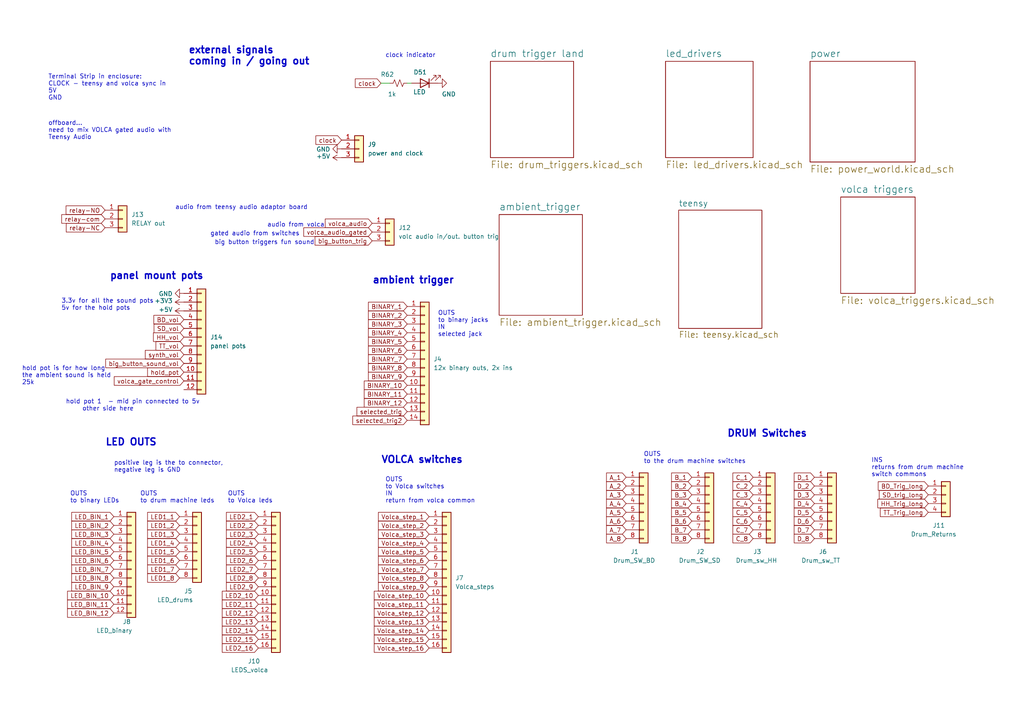
<source format=kicad_sch>
(kicad_sch (version 20211123) (generator eeschema)
  (paper "A4")
  (lib_symbols
    (symbol "Connector_Generic:Conn_01x03" (pin_names (offset 1.016) hide)
      (property "Reference" "J" (at 0 5.08 0))
      (property "Value" "Conn_01x03" (at 0 -5.08 0))
      (symbol "Conn_01x03_1_1"
        (rectangle (start -1.27 -2.413) (end 0 -2.667) (stroke (width 0.1524)))
        (rectangle (start -1.27 0.127) (end 0 -0.127) (stroke (width 0.1524)))
        (rectangle (start -1.27 2.667) (end 0 2.413) (stroke (width 0.1524)))
        (rectangle (start -1.27 3.81) (end 1.27 -3.81) (stroke (width 0.254)) (fill (type background)))
        (pin passive line (at -5.08 2.54 0) (length 3.81) (name "Pin_1") (number "1"))
        (pin passive line (at -5.08 0 0) (length 3.81) (name "Pin_2") (number "2"))
        (pin passive line (at -5.08 -2.54 0) (length 3.81) (name "Pin_3") (number "3"))
      )
    )
    (symbol "Connector_Generic:Conn_01x04" (pin_names (offset 1.016) hide)
      (property "Reference" "J" (at 0 5.08 0))
      (property "Value" "Conn_01x04" (at 0 -7.62 0))
      (symbol "Conn_01x04_1_1"
        (rectangle (start -1.27 -4.953) (end 0 -5.207) (stroke (width 0.1524)))
        (rectangle (start -1.27 -2.413) (end 0 -2.667) (stroke (width 0.1524)))
        (rectangle (start -1.27 0.127) (end 0 -0.127) (stroke (width 0.1524)))
        (rectangle (start -1.27 2.667) (end 0 2.413) (stroke (width 0.1524)))
        (rectangle (start -1.27 3.81) (end 1.27 -6.35) (stroke (width 0.254)) (fill (type background)))
        (pin passive line (at -5.08 2.54 0) (length 3.81) (name "Pin_1") (number "1"))
        (pin passive line (at -5.08 0 0) (length 3.81) (name "Pin_2") (number "2"))
        (pin passive line (at -5.08 -2.54 0) (length 3.81) (name "Pin_3") (number "3"))
        (pin passive line (at -5.08 -5.08 0) (length 3.81) (name "Pin_4") (number "4"))
      )
    )
    (symbol "Connector_Generic:Conn_01x08" (pin_names (offset 1.016) hide)
      (property "Reference" "J" (at 0 10.16 0))
      (property "Value" "Conn_01x08" (at 0 -12.7 0))
      (symbol "Conn_01x08_1_1"
        (rectangle (start -1.27 -10.033) (end 0 -10.287) (stroke (width 0.1524)))
        (rectangle (start -1.27 -7.493) (end 0 -7.747) (stroke (width 0.1524)))
        (rectangle (start -1.27 -4.953) (end 0 -5.207) (stroke (width 0.1524)))
        (rectangle (start -1.27 -2.413) (end 0 -2.667) (stroke (width 0.1524)))
        (rectangle (start -1.27 0.127) (end 0 -0.127) (stroke (width 0.1524)))
        (rectangle (start -1.27 2.667) (end 0 2.413) (stroke (width 0.1524)))
        (rectangle (start -1.27 5.207) (end 0 4.953) (stroke (width 0.1524)))
        (rectangle (start -1.27 7.747) (end 0 7.493) (stroke (width 0.1524)))
        (rectangle (start -1.27 8.89) (end 1.27 -11.43) (stroke (width 0.254)) (fill (type background)))
        (pin passive line (at -5.08 7.62 0) (length 3.81) (name "Pin_1") (number "1"))
        (pin passive line (at -5.08 5.08 0) (length 3.81) (name "Pin_2") (number "2"))
        (pin passive line (at -5.08 2.54 0) (length 3.81) (name "Pin_3") (number "3"))
        (pin passive line (at -5.08 0 0) (length 3.81) (name "Pin_4") (number "4"))
        (pin passive line (at -5.08 -2.54 0) (length 3.81) (name "Pin_5") (number "5"))
        (pin passive line (at -5.08 -5.08 0) (length 3.81) (name "Pin_6") (number "6"))
        (pin passive line (at -5.08 -7.62 0) (length 3.81) (name "Pin_7") (number "7"))
        (pin passive line (at -5.08 -10.16 0) (length 3.81) (name "Pin_8") (number "8"))
      )
    )
    (symbol "Connector_Generic:Conn_01x12" (pin_names (offset 1.016) hide)
      (property "Reference" "J" (at 0 15.24 0))
      (property "Value" "Conn_01x12" (at 0 -17.78 0))
      (symbol "Conn_01x12_1_1"
        (rectangle (start -1.27 -15.113) (end 0 -15.367) (stroke (width 0.1524)))
        (rectangle (start -1.27 -12.573) (end 0 -12.827) (stroke (width 0.1524)))
        (rectangle (start -1.27 -10.033) (end 0 -10.287) (stroke (width 0.1524)))
        (rectangle (start -1.27 -7.493) (end 0 -7.747) (stroke (width 0.1524)))
        (rectangle (start -1.27 -4.953) (end 0 -5.207) (stroke (width 0.1524)))
        (rectangle (start -1.27 -2.413) (end 0 -2.667) (stroke (width 0.1524)))
        (rectangle (start -1.27 0.127) (end 0 -0.127) (stroke (width 0.1524)))
        (rectangle (start -1.27 2.667) (end 0 2.413) (stroke (width 0.1524)))
        (rectangle (start -1.27 5.207) (end 0 4.953) (stroke (width 0.1524)))
        (rectangle (start -1.27 7.747) (end 0 7.493) (stroke (width 0.1524)))
        (rectangle (start -1.27 10.287) (end 0 10.033) (stroke (width 0.1524)))
        (rectangle (start -1.27 12.827) (end 0 12.573) (stroke (width 0.1524)))
        (rectangle (start -1.27 13.97) (end 1.27 -16.51) (stroke (width 0.254)) (fill (type background)))
        (pin passive line (at -5.08 12.7 0) (length 3.81) (name "Pin_1") (number "1"))
        (pin passive line (at -5.08 -10.16 0) (length 3.81) (name "Pin_10") (number "10"))
        (pin passive line (at -5.08 -12.7 0) (length 3.81) (name "Pin_11") (number "11"))
        (pin passive line (at -5.08 -15.24 0) (length 3.81) (name "Pin_12") (number "12"))
        (pin passive line (at -5.08 10.16 0) (length 3.81) (name "Pin_2") (number "2"))
        (pin passive line (at -5.08 7.62 0) (length 3.81) (name "Pin_3") (number "3"))
        (pin passive line (at -5.08 5.08 0) (length 3.81) (name "Pin_4") (number "4"))
        (pin passive line (at -5.08 2.54 0) (length 3.81) (name "Pin_5") (number "5"))
        (pin passive line (at -5.08 0 0) (length 3.81) (name "Pin_6") (number "6"))
        (pin passive line (at -5.08 -2.54 0) (length 3.81) (name "Pin_7") (number "7"))
        (pin passive line (at -5.08 -5.08 0) (length 3.81) (name "Pin_8") (number "8"))
        (pin passive line (at -5.08 -7.62 0) (length 3.81) (name "Pin_9") (number "9"))
      )
    )
    (symbol "Connector_Generic:Conn_01x14" (pin_names (offset 1.016) hide)
      (property "Reference" "J" (at 0 17.78 0))
      (property "Value" "Conn_01x14" (at 0 -20.32 0))
      (symbol "Conn_01x14_1_1"
        (rectangle (start -1.27 -17.653) (end 0 -17.907) (stroke (width 0.1524)))
        (rectangle (start -1.27 -15.113) (end 0 -15.367) (stroke (width 0.1524)))
        (rectangle (start -1.27 -12.573) (end 0 -12.827) (stroke (width 0.1524)))
        (rectangle (start -1.27 -10.033) (end 0 -10.287) (stroke (width 0.1524)))
        (rectangle (start -1.27 -7.493) (end 0 -7.747) (stroke (width 0.1524)))
        (rectangle (start -1.27 -4.953) (end 0 -5.207) (stroke (width 0.1524)))
        (rectangle (start -1.27 -2.413) (end 0 -2.667) (stroke (width 0.1524)))
        (rectangle (start -1.27 0.127) (end 0 -0.127) (stroke (width 0.1524)))
        (rectangle (start -1.27 2.667) (end 0 2.413) (stroke (width 0.1524)))
        (rectangle (start -1.27 5.207) (end 0 4.953) (stroke (width 0.1524)))
        (rectangle (start -1.27 7.747) (end 0 7.493) (stroke (width 0.1524)))
        (rectangle (start -1.27 10.287) (end 0 10.033) (stroke (width 0.1524)))
        (rectangle (start -1.27 12.827) (end 0 12.573) (stroke (width 0.1524)))
        (rectangle (start -1.27 15.367) (end 0 15.113) (stroke (width 0.1524)))
        (rectangle (start -1.27 16.51) (end 1.27 -19.05) (stroke (width 0.254)) (fill (type background)))
        (pin passive line (at -5.08 15.24 0) (length 3.81) (name "Pin_1") (number "1"))
        (pin passive line (at -5.08 -7.62 0) (length 3.81) (name "Pin_10") (number "10"))
        (pin passive line (at -5.08 -10.16 0) (length 3.81) (name "Pin_11") (number "11"))
        (pin passive line (at -5.08 -12.7 0) (length 3.81) (name "Pin_12") (number "12"))
        (pin passive line (at -5.08 -15.24 0) (length 3.81) (name "Pin_13") (number "13"))
        (pin passive line (at -5.08 -17.78 0) (length 3.81) (name "Pin_14") (number "14"))
        (pin passive line (at -5.08 12.7 0) (length 3.81) (name "Pin_2") (number "2"))
        (pin passive line (at -5.08 10.16 0) (length 3.81) (name "Pin_3") (number "3"))
        (pin passive line (at -5.08 7.62 0) (length 3.81) (name "Pin_4") (number "4"))
        (pin passive line (at -5.08 5.08 0) (length 3.81) (name "Pin_5") (number "5"))
        (pin passive line (at -5.08 2.54 0) (length 3.81) (name "Pin_6") (number "6"))
        (pin passive line (at -5.08 0 0) (length 3.81) (name "Pin_7") (number "7"))
        (pin passive line (at -5.08 -2.54 0) (length 3.81) (name "Pin_8") (number "8"))
        (pin passive line (at -5.08 -5.08 0) (length 3.81) (name "Pin_9") (number "9"))
      )
    )
    (symbol "Connector_Generic:Conn_01x16" (pin_names (offset 1.016) hide)
      (property "Reference" "J" (at 0 20.32 0))
      (property "Value" "Conn_01x16" (at 0 -22.86 0))
      (symbol "Conn_01x16_1_1"
        (rectangle (start -1.27 -20.193) (end 0 -20.447) (stroke (width 0.1524)))
        (rectangle (start -1.27 -17.653) (end 0 -17.907) (stroke (width 0.1524)))
        (rectangle (start -1.27 -15.113) (end 0 -15.367) (stroke (width 0.1524)))
        (rectangle (start -1.27 -12.573) (end 0 -12.827) (stroke (width 0.1524)))
        (rectangle (start -1.27 -10.033) (end 0 -10.287) (stroke (width 0.1524)))
        (rectangle (start -1.27 -7.493) (end 0 -7.747) (stroke (width 0.1524)))
        (rectangle (start -1.27 -4.953) (end 0 -5.207) (stroke (width 0.1524)))
        (rectangle (start -1.27 -2.413) (end 0 -2.667) (stroke (width 0.1524)))
        (rectangle (start -1.27 0.127) (end 0 -0.127) (stroke (width 0.1524)))
        (rectangle (start -1.27 2.667) (end 0 2.413) (stroke (width 0.1524)))
        (rectangle (start -1.27 5.207) (end 0 4.953) (stroke (width 0.1524)))
        (rectangle (start -1.27 7.747) (end 0 7.493) (stroke (width 0.1524)))
        (rectangle (start -1.27 10.287) (end 0 10.033) (stroke (width 0.1524)))
        (rectangle (start -1.27 12.827) (end 0 12.573) (stroke (width 0.1524)))
        (rectangle (start -1.27 15.367) (end 0 15.113) (stroke (width 0.1524)))
        (rectangle (start -1.27 17.907) (end 0 17.653) (stroke (width 0.1524)))
        (rectangle (start -1.27 19.05) (end 1.27 -21.59) (stroke (width 0.254)) (fill (type background)))
        (pin passive line (at -5.08 17.78 0) (length 3.81) (name "Pin_1") (number "1"))
        (pin passive line (at -5.08 -5.08 0) (length 3.81) (name "Pin_10") (number "10"))
        (pin passive line (at -5.08 -7.62 0) (length 3.81) (name "Pin_11") (number "11"))
        (pin passive line (at -5.08 -10.16 0) (length 3.81) (name "Pin_12") (number "12"))
        (pin passive line (at -5.08 -12.7 0) (length 3.81) (name "Pin_13") (number "13"))
        (pin passive line (at -5.08 -15.24 0) (length 3.81) (name "Pin_14") (number "14"))
        (pin passive line (at -5.08 -17.78 0) (length 3.81) (name "Pin_15") (number "15"))
        (pin passive line (at -5.08 -20.32 0) (length 3.81) (name "Pin_16") (number "16"))
        (pin passive line (at -5.08 15.24 0) (length 3.81) (name "Pin_2") (number "2"))
        (pin passive line (at -5.08 12.7 0) (length 3.81) (name "Pin_3") (number "3"))
        (pin passive line (at -5.08 10.16 0) (length 3.81) (name "Pin_4") (number "4"))
        (pin passive line (at -5.08 7.62 0) (length 3.81) (name "Pin_5") (number "5"))
        (pin passive line (at -5.08 5.08 0) (length 3.81) (name "Pin_6") (number "6"))
        (pin passive line (at -5.08 2.54 0) (length 3.81) (name "Pin_7") (number "7"))
        (pin passive line (at -5.08 0 0) (length 3.81) (name "Pin_8") (number "8"))
        (pin passive line (at -5.08 -2.54 0) (length 3.81) (name "Pin_9") (number "9"))
      )
    )
    (symbol "Device:LED" (pin_numbers hide) (pin_names (offset 1.016) hide)
      (property "Reference" "D" (at 0 2.54 0))
      (property "Value" "LED" (at 0 -2.54 0))
      (symbol "LED_0_1"
        (polyline (pts (xy -1.27 -1.27) (xy -1.27 1.27)) (stroke (width 0.254)))
        (polyline (pts (xy -1.27 0) (xy 1.27 0)))
        (polyline (pts (xy 1.27 -1.27) (xy 1.27 1.27) (xy -1.27 0) (xy 1.27 -1.27)) (stroke (width 0.254)))
        (polyline (pts (xy -3.048 -0.762) (xy -4.572 -2.286) (xy -3.81 -2.286) (xy -4.572 -2.286) (xy -4.572 -1.524)))
        (polyline (pts (xy -1.778 -0.762) (xy -3.302 -2.286) (xy -2.54 -2.286) (xy -3.302 -2.286) (xy -3.302 -1.524)))
      )
      (symbol "LED_1_1"
        (pin passive line (at -3.81 0 0) (length 2.54) (name "K") (number "1"))
        (pin passive line (at 3.81 0 180) (length 2.54) (name "A") (number "2"))
      )
    )
    (symbol "Device:R_Small_US" (pin_numbers hide) (pin_names (offset 0.254) hide)
      (property "Reference" "R" (at 0.762 0.508 0))
      (property "Value" "R_Small_US" (at 0.762 -1.016 0))
      (symbol "R_Small_US_1_1"
        (polyline (pts (xy 0 0) (xy 1.016 -0.381) (xy 0 -0.762) (xy -1.016 -1.143) (xy 0 -1.524)))
        (polyline (pts (xy 0 1.524) (xy 1.016 1.143) (xy 0 0.762) (xy -1.016 0.381) (xy 0 0)))
        (pin passive line (at 0 2.54 270) (length 1.016) (name "~") (number "1"))
        (pin passive line (at 0 -2.54 90) (length 1.016) (name "~") (number "2"))
      )
    )
    (symbol "power:+5V" (power) (pin_names (offset 0))
      (property "Value" "+5V" (at 0 3.556 0))
      (symbol "+5V_0_1"
        (polyline (pts (xy -0.762 1.27) (xy 0 2.54)))
        (polyline (pts (xy 0 0) (xy 0 2.54)))
        (polyline (pts (xy 0 2.54) (xy 0.762 1.27)))
      )
      (symbol "+5V_1_1"
        (pin power_in line (at 0 0 90) (length 0) hide (name "+5V") (number "1"))
      )
    )
    (symbol "power:GND" (power) (pin_names (offset 0))
      (property "Value" "GND" (at 0 -3.81 0))
      (symbol "GND_0_1"
        (polyline (pts (xy 0 0) (xy 0 -1.27) (xy 1.27 -1.27) (xy 0 -2.54) (xy -1.27 -1.27) (xy 0 -1.27)))
      )
      (symbol "GND_1_1"
        (pin power_in line (at 0 0 270) (length 0) hide (name "GND") (number "1"))
      )
    )
    (symbol "waterwheel_synth_v2-rescue:+3.3V-power" (power) (pin_names (offset 0))
      (property "Value" "+3.3V-power" (at 0 3.556 0))
      (symbol "+3.3V-power_0_1"
        (polyline (pts (xy -0.762 1.27) (xy 0 2.54)))
        (polyline (pts (xy 0 0) (xy 0 2.54)))
        (polyline (pts (xy 0 2.54) (xy 0.762 1.27)))
      )
      (symbol "+3.3V-power_1_1"
        (pin power_in line (at 0 0 90) (length 0) hide (name "+3V3") (number "1"))
      )
    )
  )
  (wire (pts (xy 119.38 24.13) (xy 118.11 24.13)))
  (wire (pts (xy 110.49 24.13) (xy 113.03 24.13)))
  (text "clock indicator\n	\n		" (at 126.365 20.955 180) (effects (font (size 1.27 1.27)) (justify right bottom)))
  (text "audio from teensy audio adaptor board\n" (at 50.8 60.96 0) (effects (font (size 1.27 1.27)) (justify left bottom)))
  (text "VOLCA switches" (at 110.49 134.62 0) (effects (font (size 2 2) (thickness 0.4) bold) (justify left bottom)))
  (text "OUTS \nto the drum machine switches" (at 186.69 134.62 0) (effects (font (size 1.27 1.27)) (justify left bottom)))
  (text "positive leg is the to connector,\nnegative leg is GND" (at 33.02 137.16 0) (effects (font (size 1.27 1.27)) (justify left bottom)))
  (text "gated audio from switches" (at 60.96 68.58 0) (effects (font (size 1.27 1.27)) (justify left bottom)))
  (text "OUTS \nto binary jacks \nIN \nselected jack" (at 127 97.79 0) (effects (font (size 1.27 1.27)) (justify left bottom)))
  (text "hold pot 1  - mid pin connected to 5v\n	other side here\n" (at 19.05 119.38 0) (effects (font (size 1.27 1.27)) (justify left bottom)))
  (text "OUTS \nto drum machine leds\n" (at 40.64 146.05 0) (effects (font (size 1.27 1.27)) (justify left bottom)))
  (text "audio from volca" (at 77.47 66.04 0) (effects (font (size 1.27 1.27)) (justify left bottom)))
  (text "offboard...\nneed to mix VOLCA gated audio with\nTeensy Audio" (at 13.97 40.64 0) (effects (font (size 1.27 1.27)) (justify left bottom)))
  (text "3.3v for all the sound pots\n5v for the hold pots" (at 17.78 90.17 0) (effects (font (size 1.27 1.27)) (justify left bottom)))
  (text "DRUM Switches" (at 210.82 127 0) (effects (font (size 2 2) (thickness 0.4) bold) (justify left bottom)))
  (text "INS \nreturns from drum machine \nswitch commons" (at 252.73 138.43 0) (effects (font (size 1.27 1.27)) (justify left bottom)))
  (text "external signals\ncoming in / going out" (at 54.61 19.05 0) (effects (font (size 2.0066 2.0066) (thickness 0.4013) bold) (justify left bottom)))
  (text "OUTS \nto binary LEDs\n" (at 20.32 146.05 0) (effects (font (size 1.27 1.27)) (justify left bottom)))
  (text "Terminal Strip in enclosure:\nCLOCK - teensy and volca sync in\n5V\nGND" (at 13.97 29.21 0) (effects (font (size 1.27 1.27)) (justify left bottom)))
  (text "LED OUTS" (at 30.48 129.54 0) (effects (font (size 2 2) (thickness 0.4) bold) (justify left bottom)))
  (text "OUTS \nto Volca leds\n" (at 66.04 146.05 0) (effects (font (size 1.27 1.27)) (justify left bottom)))
  (text "panel mount pots" (at 31.75 81.28 0) (effects (font (size 2 2) (thickness 0.4) bold) (justify left bottom)))
  (text "ambient trigger" (at 107.95 82.55 0) (effects (font (size 2 2) (thickness 0.4) bold) (justify left bottom)))
  (text "OUTS \nto Volca switches\nIN \nreturn from volca common" (at 111.76 146.05 0) (effects (font (size 1.27 1.27)) (justify left bottom)))
  (text "big button triggers fun sound" (at 62.23 71.12 0) (effects (font (size 1.27 1.27)) (justify left bottom)))
  (text "hold pot is for how long \nthe ambient sound is held\n25k" (at 6.35 111.76 0) (effects (font (size 1.27 1.27)) (justify left bottom)))
  (global_label "LED2_1" (shape input) (at 74.93 149.86 180) (property "Intersheet References" "${INTERSHEET_REFS}" (effects hide)))
  (global_label "LED2_16" (shape input) (at 74.93 187.96 180) (property "Intersheet References" "${INTERSHEET_REFS}" (effects hide)))
  (global_label "SD_vol" (shape input) (at 53.34 95.25 180) (property "Intersheet References" "${INTERSHEET_REFS}" (effects hide)))
  (global_label "Volca_step_9" (shape input) (at 124.46 170.18 180) (property "Intersheet References" "${INTERSHEET_REFS}" (effects hide)))
  (global_label "Volca_step_16" (shape input) (at 124.46 187.96 180) (property "Intersheet References" "${INTERSHEET_REFS}" (effects hide)))
  (global_label "LED_BIN_1" (shape input) (at 33.02 149.86 180) (property "Intersheet References" "${INTERSHEET_REFS}" (effects hide)))
  (global_label "selected_trig2" (shape input) (at 118.11 121.92 180) (property "Intersheet References" "${INTERSHEET_REFS}" (effects hide)))
  (global_label "LED1_8" (shape input) (at 52.07 167.64 180) (property "Intersheet References" "${INTERSHEET_REFS}" (effects hide)))
  (global_label "relay-NO" (shape input) (at 30.48 60.96 180) (property "Intersheet References" "${INTERSHEET_REFS}" (effects hide)))
  (global_label "BINARY_7" (shape input) (at 118.11 104.14 180) (property "Intersheet References" "${INTERSHEET_REFS}" (effects hide)))
  (global_label "BINARY_9" (shape input) (at 118.11 109.22 180) (property "Intersheet References" "${INTERSHEET_REFS}" (effects hide)))
  (global_label "B_2" (shape input) (at 200.66 140.97 180) (property "Intersheet References" "${INTERSHEET_REFS}" (effects hide)))
  (global_label "BINARY_5" (shape input) (at 118.11 99.06 180) (property "Intersheet References" "${INTERSHEET_REFS}" (effects hide)))
  (global_label "LED1_5" (shape input) (at 52.07 160.02 180) (property "Intersheet References" "${INTERSHEET_REFS}" (effects hide)))
  (global_label "C_2" (shape input) (at 218.44 140.97 180) (property "Intersheet References" "${INTERSHEET_REFS}" (effects hide)))
  (global_label "LED2_12" (shape input) (at 74.93 177.8 180) (property "Intersheet References" "${INTERSHEET_REFS}" (effects hide)))
  (global_label "LED2_7" (shape input) (at 74.93 165.1 180) (property "Intersheet References" "${INTERSHEET_REFS}" (effects hide)))
  (global_label "C_6" (shape input) (at 218.44 151.13 180) (property "Intersheet References" "${INTERSHEET_REFS}" (effects hide)))
  (global_label "LED2_15" (shape input) (at 74.93 185.42 180) (property "Intersheet References" "${INTERSHEET_REFS}" (effects hide)))
  (global_label "LED_BIN_8" (shape input) (at 33.02 167.64 180) (property "Intersheet References" "${INTERSHEET_REFS}" (effects hide)))
  (global_label "TT_vol" (shape input) (at 53.34 100.33 180) (property "Intersheet References" "${INTERSHEET_REFS}" (effects hide)))
  (global_label "LED2_14" (shape input) (at 74.93 182.88 180) (property "Intersheet References" "${INTERSHEET_REFS}" (effects hide)))
  (global_label "Volca_step_8" (shape input) (at 124.46 167.64 180) (property "Intersheet References" "${INTERSHEET_REFS}" (effects hide)))
  (global_label "SD_trig_long" (shape input) (at 269.24 143.51 180) (property "Intersheet References" "${INTERSHEET_REFS}" (effects hide)))
  (global_label "LED_BIN_6" (shape input) (at 33.02 162.56 180) (property "Intersheet References" "${INTERSHEET_REFS}" (effects hide)))
  (global_label "LED1_7" (shape input) (at 52.07 165.1 180) (property "Intersheet References" "${INTERSHEET_REFS}" (effects hide)))
  (global_label "relay-com" (shape input) (at 30.48 63.5 180) (property "Intersheet References" "${INTERSHEET_REFS}" (effects hide)))
  (global_label "A_7" (shape input) (at 181.61 153.67 180) (property "Intersheet References" "${INTERSHEET_REFS}" (effects hide)))
  (global_label "volca_audio_gated" (shape input) (at 107.95 67.31 180) (property "Intersheet References" "${INTERSHEET_REFS}" (effects hide)))
  (global_label "hold_pot" (shape input) (at 53.34 107.95 180) (property "Intersheet References" "${INTERSHEET_REFS}" (effects hide)))
  (global_label "BINARY_6" (shape input) (at 118.11 101.6 180) (property "Intersheet References" "${INTERSHEET_REFS}" (effects hide)))
  (global_label "BINARY_8" (shape input) (at 118.11 106.68 180) (property "Intersheet References" "${INTERSHEET_REFS}" (effects hide)))
  (global_label "C_8" (shape input) (at 218.44 156.21 180) (property "Intersheet References" "${INTERSHEET_REFS}" (effects hide)))
  (global_label "A_4" (shape input) (at 181.61 146.05 180) (property "Intersheet References" "${INTERSHEET_REFS}" (effects hide)))
  (global_label "relay-NC" (shape input) (at 30.48 66.04 180) (property "Intersheet References" "${INTERSHEET_REFS}" (effects hide)))
  (global_label "LED_BIN_7" (shape input) (at 33.02 165.1 180) (property "Intersheet References" "${INTERSHEET_REFS}" (effects hide)))
  (global_label "TT_Trig_long" (shape input) (at 269.24 148.59 180) (property "Intersheet References" "${INTERSHEET_REFS}" (effects hide)))
  (global_label "Volca_step_10" (shape input) (at 124.46 172.72 180) (property "Intersheet References" "${INTERSHEET_REFS}" (effects hide)))
  (global_label "B_6" (shape input) (at 200.66 151.13 180) (property "Intersheet References" "${INTERSHEET_REFS}" (effects hide)))
  (global_label "BINARY_11" (shape input) (at 118.11 114.3 180) (property "Intersheet References" "${INTERSHEET_REFS}" (effects hide)))
  (global_label "LED_BIN_9" (shape input) (at 33.02 170.18 180) (property "Intersheet References" "${INTERSHEET_REFS}" (effects hide)))
  (global_label "LED1_4" (shape input) (at 52.07 157.48 180) (property "Intersheet References" "${INTERSHEET_REFS}" (effects hide)))
  (global_label "B_4" (shape input) (at 200.66 146.05 180) (property "Intersheet References" "${INTERSHEET_REFS}" (effects hide)))
  (global_label "Volca_step_15" (shape input) (at 124.46 185.42 180) (property "Intersheet References" "${INTERSHEET_REFS}" (effects hide)))
  (global_label "LED2_3" (shape input) (at 74.93 154.94 180) (property "Intersheet References" "${INTERSHEET_REFS}" (effects hide)))
  (global_label "volca_audio" (shape input) (at 107.95 64.77 180) (property "Intersheet References" "${INTERSHEET_REFS}" (effects hide)))
  (global_label "BINARY_10" (shape input) (at 118.11 111.76 180) (property "Intersheet References" "${INTERSHEET_REFS}" (effects hide)))
  (global_label "LED2_10" (shape input) (at 74.93 172.72 180) (property "Intersheet References" "${INTERSHEET_REFS}" (effects hide)))
  (global_label "BINARY_3" (shape input) (at 118.11 93.98 180) (property "Intersheet References" "${INTERSHEET_REFS}" (effects hide)))
  (global_label "Volca_step_6" (shape input) (at 124.46 162.56 180) (property "Intersheet References" "${INTERSHEET_REFS}" (effects hide)))
  (global_label "D_4" (shape input) (at 236.22 146.05 180) (property "Intersheet References" "${INTERSHEET_REFS}" (effects hide)))
  (global_label "D_1" (shape input) (at 236.22 138.43 180) (property "Intersheet References" "${INTERSHEET_REFS}" (effects hide)))
  (global_label "A_8" (shape input) (at 181.61 156.21 180) (property "Intersheet References" "${INTERSHEET_REFS}" (effects hide)))
  (global_label "LED_BIN_2" (shape input) (at 33.02 152.4 180) (property "Intersheet References" "${INTERSHEET_REFS}" (effects hide)))
  (global_label "LED2_4" (shape input) (at 74.93 157.48 180) (property "Intersheet References" "${INTERSHEET_REFS}" (effects hide)))
  (global_label "Volca_step_12" (shape input) (at 124.46 177.8 180) (property "Intersheet References" "${INTERSHEET_REFS}" (effects hide)))
  (global_label "LED1_6" (shape input) (at 52.07 162.56 180) (property "Intersheet References" "${INTERSHEET_REFS}" (effects hide)))
  (global_label "LED2_5" (shape input) (at 74.93 160.02 180) (property "Intersheet References" "${INTERSHEET_REFS}" (effects hide)))
  (global_label "Volca_step_4" (shape input) (at 124.46 157.48 180) (property "Intersheet References" "${INTERSHEET_REFS}" (effects hide)))
  (global_label "Volca_step_2" (shape input) (at 124.46 152.4 180) (property "Intersheet References" "${INTERSHEET_REFS}" (effects hide)))
  (global_label "LED_BIN_11" (shape input) (at 33.02 175.26 180) (property "Intersheet References" "${INTERSHEET_REFS}" (effects hide)))
  (global_label "D_5" (shape input) (at 236.22 148.59 180) (property "Intersheet References" "${INTERSHEET_REFS}" (effects hide)))
  (global_label "LED_BIN_3" (shape input) (at 33.02 154.94 180) (property "Intersheet References" "${INTERSHEET_REFS}" (effects hide)))
  (global_label "LED1_3" (shape input) (at 52.07 154.94 180) (property "Intersheet References" "${INTERSHEET_REFS}" (effects hide)))
  (global_label "clock" (shape input) (at 99.06 40.64 180) (property "Intersheet References" "${INTERSHEET_REFS}" (effects hide)))
  (global_label "LED2_6" (shape input) (at 74.93 162.56 180) (property "Intersheet References" "${INTERSHEET_REFS}" (effects hide)))
  (global_label "Volca_step_7" (shape input) (at 124.46 165.1 180) (property "Intersheet References" "${INTERSHEET_REFS}" (effects hide)))
  (global_label "B_1" (shape input) (at 200.66 138.43 180) (property "Intersheet References" "${INTERSHEET_REFS}" (effects hide)))
  (global_label "BINARY_4" (shape input) (at 118.11 96.52 180) (property "Intersheet References" "${INTERSHEET_REFS}" (effects hide)))
  (global_label "D_3" (shape input) (at 236.22 143.51 180) (property "Intersheet References" "${INTERSHEET_REFS}" (effects hide)))
  (global_label "Volca_step_14" (shape input) (at 124.46 182.88 180) (property "Intersheet References" "${INTERSHEET_REFS}" (effects hide)))
  (global_label "LED1_1" (shape input) (at 52.07 149.86 180) (property "Intersheet References" "${INTERSHEET_REFS}" (effects hide)))
  (global_label "BD_vol" (shape input) (at 53.34 92.71 180) (property "Intersheet References" "${INTERSHEET_REFS}" (effects hide)))
  (global_label "Volca_step_5" (shape input) (at 124.46 160.02 180) (property "Intersheet References" "${INTERSHEET_REFS}" (effects hide)))
  (global_label "big_button_sound_vol" (shape input) (at 53.34 105.41 180) (property "Intersheet References" "${INTERSHEET_REFS}" (effects hide)))
  (global_label "B_7" (shape input) (at 200.66 153.67 180) (property "Intersheet References" "${INTERSHEET_REFS}" (effects hide)))
  (global_label "synth_vol" (shape input) (at 53.34 102.87 180) (property "Intersheet References" "${INTERSHEET_REFS}" (effects hide)))
  (global_label "LED2_11" (shape input) (at 74.93 175.26 180) (property "Intersheet References" "${INTERSHEET_REFS}" (effects hide)))
  (global_label "Volca_step_3" (shape input) (at 124.46 154.94 180) (property "Intersheet References" "${INTERSHEET_REFS}" (effects hide)))
  (global_label "LED_BIN_4" (shape input) (at 33.02 157.48 180) (property "Intersheet References" "${INTERSHEET_REFS}" (effects hide)))
  (global_label "BINARY_2" (shape input) (at 118.11 91.44 180) (property "Intersheet References" "${INTERSHEET_REFS}" (effects hide)))
  (global_label "C_4" (shape input) (at 218.44 146.05 180) (property "Intersheet References" "${INTERSHEET_REFS}" (effects hide)))
  (global_label "A_5" (shape input) (at 181.61 148.59 180) (property "Intersheet References" "${INTERSHEET_REFS}" (effects hide)))
  (global_label "Volca_step_1" (shape input) (at 124.46 149.86 180) (property "Intersheet References" "${INTERSHEET_REFS}" (effects hide)))
  (global_label "BD_Trig_long" (shape input) (at 269.24 140.97 180) (property "Intersheet References" "${INTERSHEET_REFS}" (effects hide)))
  (global_label "Volca_step_11" (shape input) (at 124.46 175.26 180) (property "Intersheet References" "${INTERSHEET_REFS}" (effects hide)))
  (global_label "HH_vol" (shape input) (at 53.34 97.79 180) (property "Intersheet References" "${INTERSHEET_REFS}" (effects hide)))
  (global_label "C_7" (shape input) (at 218.44 153.67 180) (property "Intersheet References" "${INTERSHEET_REFS}" (effects hide)))
  (global_label "D_6" (shape input) (at 236.22 151.13 180) (property "Intersheet References" "${INTERSHEET_REFS}" (effects hide)))
  (global_label "C_1" (shape input) (at 218.44 138.43 180) (property "Intersheet References" "${INTERSHEET_REFS}" (effects hide)))
  (global_label "LED2_8" (shape input) (at 74.93 167.64 180) (property "Intersheet References" "${INTERSHEET_REFS}" (effects hide)))
  (global_label "BINARY_1" (shape input) (at 118.11 88.9 180) (property "Intersheet References" "${INTERSHEET_REFS}" (effects hide)))
  (global_label "C_5" (shape input) (at 218.44 148.59 180) (property "Intersheet References" "${INTERSHEET_REFS}" (effects hide)))
  (global_label "selected_trig" (shape input) (at 118.11 119.38 180) (property "Intersheet References" "${INTERSHEET_REFS}" (effects hide)))
  (global_label "Volca_step_13" (shape input) (at 124.46 180.34 180) (property "Intersheet References" "${INTERSHEET_REFS}" (effects hide)))
  (global_label "HH_Trig_long" (shape input) (at 269.24 146.05 180) (property "Intersheet References" "${INTERSHEET_REFS}" (effects hide)))
  (global_label "A_6" (shape input) (at 181.61 151.13 180) (property "Intersheet References" "${INTERSHEET_REFS}" (effects hide)))
  (global_label "LED2_9" (shape input) (at 74.93 170.18 180) (property "Intersheet References" "${INTERSHEET_REFS}" (effects hide)))
  (global_label "D_7" (shape input) (at 236.22 153.67 180) (property "Intersheet References" "${INTERSHEET_REFS}" (effects hide)))
  (global_label "LED_BIN_5" (shape input) (at 33.02 160.02 180) (property "Intersheet References" "${INTERSHEET_REFS}" (effects hide)))
  (global_label "D_2" (shape input) (at 236.22 140.97 180) (property "Intersheet References" "${INTERSHEET_REFS}" (effects hide)))
  (global_label "LED_BIN_12" (shape input) (at 33.02 177.8 180) (property "Intersheet References" "${INTERSHEET_REFS}" (effects hide)))
  (global_label "LED_BIN_10" (shape input) (at 33.02 172.72 180) (property "Intersheet References" "${INTERSHEET_REFS}" (effects hide)))
  (global_label "A_3" (shape input) (at 181.61 143.51 180) (property "Intersheet References" "${INTERSHEET_REFS}" (effects hide)))
  (global_label "BINARY_12" (shape input) (at 118.11 116.84 180) (property "Intersheet References" "${INTERSHEET_REFS}" (effects hide)))
  (global_label "LED2_13" (shape input) (at 74.93 180.34 180) (property "Intersheet References" "${INTERSHEET_REFS}" (effects hide)))
  (global_label "B_3" (shape input) (at 200.66 143.51 180) (property "Intersheet References" "${INTERSHEET_REFS}" (effects hide)))
  (global_label "clock" (shape input) (at 110.49 24.13 180) (property "Intersheet References" "${INTERSHEET_REFS}" (effects hide)))
  (global_label "big_button_trig" (shape input) (at 107.95 69.85 180) (property "Intersheet References" "${INTERSHEET_REFS}" (effects hide)))
  (global_label "volca_gate_control" (shape input) (at 53.34 110.49 180) (property "Intersheet References" "${INTERSHEET_REFS}" (effects hide)))
  (global_label "C_3" (shape input) (at 218.44 143.51 180) (property "Intersheet References" "${INTERSHEET_REFS}" (effects hide)))
  (global_label "B_8" (shape input) (at 200.66 156.21 180) (property "Intersheet References" "${INTERSHEET_REFS}" (effects hide)))
  (global_label "LED2_2" (shape input) (at 74.93 152.4 180) (property "Intersheet References" "${INTERSHEET_REFS}" (effects hide)))
  (global_label "LED1_2" (shape input) (at 52.07 152.4 180) (property "Intersheet References" "${INTERSHEET_REFS}" (effects hide)))
  (global_label "A_2" (shape input) (at 181.61 140.97 180) (property "Intersheet References" "${INTERSHEET_REFS}" (effects hide)))
  (global_label "A_1" (shape input) (at 181.61 138.43 180) (property "Intersheet References" "${INTERSHEET_REFS}" (effects hide)))
  (global_label "B_5" (shape input) (at 200.66 148.59 180) (property "Intersheet References" "${INTERSHEET_REFS}" (effects hide)))
  (global_label "D_8" (shape input) (at 236.22 156.21 180) (property "Intersheet References" "${INTERSHEET_REFS}" (effects hide)))
  (symbol (lib_id "power:+5V") (at 53.34 90.17 90) (unit 1)
    (property "Reference" "#PWR03" (effects hide))
    (property "Value" "+5V" (at 50.0888 89.789 90) (effects (justify left)))
  )
  (symbol (lib_id "waterwheel_synth_v2-rescue:+3.3V-power") (at 53.34 87.63 90) (unit 1)
    (property "Reference" "#PWR02" (effects hide))
    (property "Value" "+3.3V" (at 50.0888 87.249 90) (effects (justify left)))
  )
  (symbol (lib_id "Connector_Generic:Conn_01x03") (at 35.56 63.5 0) (unit 1)
    (property "Reference" "J13" (at 38.1 62.2299 0) (effects (justify left)))
    (property "Value" "RELAY out" (at 38.1 64.7699 0) (effects (justify left)))
    (property "Footprint" "Connector_Phoenix_MC:PhoenixContact_MC_1,5_3-G-3.81_1x03_P3.81mm_Horizontal" (effects hide))
  )
  (symbol (lib_id "power:GND") (at 127 24.13 90) (unit 1)
    (property "Reference" "#PWR04" (effects hide))
    (property "Value" "GND" (at 130.175 27.305 90))
  )
  (symbol (lib_id "power:GND") (at 99.06 43.18 270) (unit 1)
    (property "Reference" "#PWR0102" (effects hide))
    (property "Value" "GND" (at 95.8088 43.307 90) (effects (justify right)))
  )
  (symbol (lib_id "power:+5V") (at 99.06 45.72 90) (unit 1)
    (property "Reference" "#PWR0101" (effects hide))
    (property "Value" "+5V" (at 95.8088 45.339 90) (effects (justify left)))
  )
  (symbol (lib_id "Connector_Generic:Conn_01x12") (at 38.1 162.56 0) (unit 1)
    (property "Reference" "J8" (at 35.56 180.34 0) (effects (justify left)))
    (property "Value" "LED_binary" (at 27.94 182.88 0) (effects (justify left)))
    (property "Footprint" "Connector_Phoenix_MC:PhoenixContact_MC_1,5_12-G-3.81_1x12_P3.81mm_Horizontal" (effects hide))
  )
  (symbol (lib_id "Connector_Generic:Conn_01x14") (at 123.19 104.14 0) (unit 1)
    (property "Reference" "J4" (at 125.73 104.1399 0) (effects (justify left)))
    (property "Value" "12x binary outs, 2x ins" (at 125.73 106.6799 0) (effects (justify left)))
    (property "Footprint" "Connector_Phoenix_MC:PhoenixContact_MC_1,5_14-G-3.81_1x14_P3.81mm_Horizontal" (effects hide))
  )
  (symbol (lib_id "Connector_Generic:Conn_01x08") (at 205.74 146.05 0) (unit 1)
    (property "Reference" "J2" (at 201.93 160.02 0) (effects (justify left)))
    (property "Value" "Drum_SW_SD" (at 196.85 162.56 0) (effects (justify left)))
    (property "Footprint" "Connector_Phoenix_MC:PhoenixContact_MC_1,5_8-G-3.81_1x08_P3.81mm_Horizontal" (effects hide))
  )
  (symbol (lib_id "Connector_Generic:Conn_01x08") (at 241.3 146.05 0) (unit 1)
    (property "Reference" "J6" (at 237.49 160.02 0) (effects (justify left)))
    (property "Value" "Drum_sw_TT" (at 232.41 162.56 0) (effects (justify left)))
    (property "Footprint" "Connector_Phoenix_MC:PhoenixContact_MC_1,5_8-G-3.81_1x08_P3.81mm_Horizontal" (effects hide))
  )
  (symbol (lib_id "power:GND") (at 53.34 85.09 270) (unit 1)
    (property "Reference" "#PWR01" (effects hide))
    (property "Value" "GND" (at 50.0888 85.217 90) (effects (justify right)))
  )
  (symbol (lib_id "Connector_Generic:Conn_01x04") (at 274.32 143.51 0) (unit 1)
    (property "Reference" "J11" (at 270.51 152.4 0) (effects (justify left)))
    (property "Value" "Drum_Returns" (at 264.16 154.94 0) (effects (justify left)))
    (property "Footprint" "Connector_Phoenix_MC:PhoenixContact_MC_1,5_4-G-3.81_1x04_P3.81mm_Horizontal" (effects hide))
  )
  (symbol (lib_id "Connector_Generic:Conn_01x08") (at 186.69 146.05 0) (unit 1)
    (property "Reference" "J1" (at 182.88 160.02 0) (effects (justify left)))
    (property "Value" "Drum_SW_BD" (at 177.8 162.56 0) (effects (justify left)))
    (property "Footprint" "Connector_Phoenix_MC:PhoenixContact_MC_1,5_8-G-3.81_1x08_P3.81mm_Horizontal" (effects hide))
  )
  (symbol (lib_id "Connector_Generic:Conn_01x16") (at 80.01 167.64 0) (unit 1)
    (property "Reference" "J10" (at 73.66 191.77 0))
    (property "Value" "LEDS_volca" (at 72.39 194.31 0))
    (property "Footprint" "Connector_Phoenix_MC:PhoenixContact_MC_1,5_16-G-3.81_1x16_P3.81mm_Horizontal" (effects hide))
  )
  (symbol (lib_id "Device:LED") (at 123.19 24.13 180) (unit 1)
    (property "Reference" "D51" (at 123.825 20.955 0) (effects (justify left)))
    (property "Value" "LED" (at 123.5076 26.67 0) (effects (justify left)))
    (property "Footprint" "Diode_SMD:D_0805_2012Metric" (effects hide))
    (property "LCSC" "C84256" (effects hide))
  )
  (symbol (lib_id "Connector_Generic:Conn_01x08") (at 223.52 146.05 0) (unit 1)
    (property "Reference" "J3" (at 218.44 160.02 0) (effects (justify left)))
    (property "Value" "Drum_sw_HH" (at 213.36 162.56 0) (effects (justify left)))
    (property "Footprint" "Connector_Phoenix_MC:PhoenixContact_MC_1,5_8-G-3.81_1x08_P3.81mm_Horizontal" (effects hide))
  )
  (symbol (lib_id "Connector_Generic:Conn_01x03") (at 113.03 67.31 0) (unit 1)
    (property "Reference" "J12" (at 115.57 66.0399 0) (effects (justify left)))
    (property "Value" "volc audio in/out. button trig" (at 115.57 68.5799 0) (effects (justify left)))
    (property "Footprint" "Connector_Phoenix_MC:PhoenixContact_MC_1,5_3-G-3.81_1x03_P3.81mm_Horizontal" (effects hide))
  )
  (symbol (lib_id "Device:R_Small_US") (at 115.57 24.13 270) (unit 1)
    (property "Reference" "R62" (at 114.2999 21.59 90) (effects (justify right)))
    (property "Value" "1k" (at 114.935 27.305 90) (effects (justify right)))
    (property "Footprint" "Resistor_SMD:R_0603_1608Metric" (effects hide))
    (property "LCSC" "C17513" (effects hide))
  )
  (symbol (lib_id "Connector_Generic:Conn_01x08") (at 57.15 157.48 0) (unit 1)
    (property "Reference" "J5" (at 54.61 171.45 0))
    (property "Value" "LED_drums" (at 50.8 173.99 0))
    (property "Footprint" "Connector_Phoenix_MC:PhoenixContact_MC_1,5_8-G-3.81_1x08_P3.81mm_Horizontal" (effects hide))
  )
  (symbol (lib_id "Connector_Generic:Conn_01x12") (at 58.42 97.79 0) (unit 1)
    (property "Reference" "J14" (at 60.96 97.7899 0) (effects (justify left)))
    (property "Value" "panel pots" (at 60.96 100.3299 0) (effects (justify left)))
    (property "Footprint" "Connector_Phoenix_MC:PhoenixContact_MC_1,5_12-G-3.81_1x12_P3.81mm_Horizontal" (effects hide))
  )
  (symbol (lib_id "Connector_Generic:Conn_01x03") (at 104.14 43.18 0) (unit 1)
    (property "Reference" "J9" (at 106.68 41.9099 0) (effects (justify left)))
    (property "Value" "power and clock" (at 106.68 44.4499 0) (effects (justify left)))
    (property "Footprint" "Connector_Phoenix_MC:PhoenixContact_MC_1,5_3-G-3.81_1x03_P3.81mm_Horizontal" (effects hide))
  )
  (symbol (lib_id "Connector_Generic:Conn_01x16") (at 129.54 167.64 0) (unit 1)
    (property "Reference" "J7" (at 132.08 167.6399 0) (effects (justify left)))
    (property "Value" "Volca_steps" (at 132.08 170.1799 0) (effects (justify left)))
    (property "Footprint" "Connector_Phoenix_MC:PhoenixContact_MC_1,5_16-G-3.81_1x16_P3.81mm_Horizontal" (effects hide))
  )
  (sheet (at 193.04 17.78) (size 25.4 27.94)
    (property "Sheet name" "led_drivers" (at 193.04 16.7001 0) (effects (font (size 2.0066 2.0066)) (justify left bottom)))
    (property "Sheet file" "led_drivers.kicad_sch" (at 193.04 46.5992 0) (effects (font (size 2.0066 2.0066)) (justify left top)))
  )
  (sheet (at 142.24 17.78) (size 24.13 27.94)
    (property "Sheet name" "drum trigger land" (at 142.24 16.7001 0) (effects (font (size 2.0066 2.0066)) (justify left bottom)))
    (property "Sheet file" "drum_triggers.kicad_sch" (at 142.24 46.5992 0) (effects (font (size 2.0066 2.0066)) (justify left top)))
  )
  (sheet (at 234.95 17.78) (size 30.48 29.21)
    (property "Sheet name" "power" (at 234.95 16.7001 0) (effects (font (size 2.0066 2.0066)) (justify left bottom)))
    (property "Sheet file" "power_world.kicad_sch" (at 234.95 47.8692 0) (effects (font (size 2.0066 2.0066)) (justify left top)))
  )
  (sheet (at 243.84 57.15) (size 21.59 27.94)
    (property "Sheet name" "volca triggers" (at 243.84 56.0701 0) (effects (font (size 2.0066 2.0066)) (justify left bottom)))
    (property "Sheet file" "volca_triggers.kicad_sch" (at 243.84 85.9692 0) (effects (font (size 2.0066 2.0066)) (justify left top)))
  )
  (sheet (at 144.78 62.23) (size 24.13 29.21)
    (property "Sheet name" "ambient_trigger" (at 144.78 61.1501 0) (effects (font (size 2.0066 2.0066)) (justify left bottom)))
    (property "Sheet file" "ambient_trigger.kicad_sch" (at 144.78 92.3192 0) (effects (font (size 2.0066 2.0066)) (justify left top)))
  )
  (sheet (at 196.85 60.96) (size 24.13 34.29)
    (property "Sheet name" "teensy" (at 196.85 60.0071 0) (effects (font (size 1.7526 1.7526)) (justify left bottom)))
    (property "Sheet file" "teensy.kicad_sch" (at 196.85 96.0276 0) (effects (font (size 1.7526 1.7526)) (justify left top)))
  )
)
</source>
